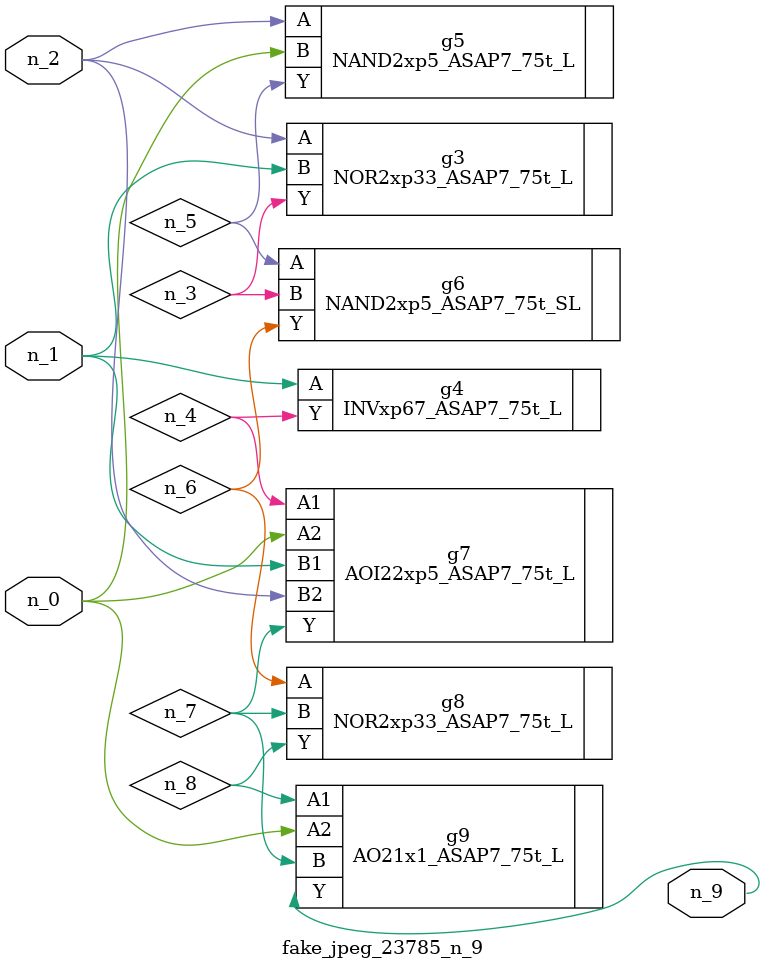
<source format=v>
module fake_jpeg_23785_n_9 (n_0, n_2, n_1, n_9);

input n_0;
input n_2;
input n_1;

output n_9;

wire n_3;
wire n_4;
wire n_8;
wire n_6;
wire n_5;
wire n_7;

NOR2xp33_ASAP7_75t_L g3 ( 
.A(n_2),
.B(n_1),
.Y(n_3)
);

INVxp67_ASAP7_75t_L g4 ( 
.A(n_1),
.Y(n_4)
);

NAND2xp5_ASAP7_75t_L g5 ( 
.A(n_2),
.B(n_0),
.Y(n_5)
);

NAND2xp5_ASAP7_75t_SL g6 ( 
.A(n_5),
.B(n_3),
.Y(n_6)
);

NOR2xp33_ASAP7_75t_L g8 ( 
.A(n_6),
.B(n_7),
.Y(n_8)
);

AOI22xp5_ASAP7_75t_L g7 ( 
.A1(n_4),
.A2(n_0),
.B1(n_1),
.B2(n_2),
.Y(n_7)
);

AO21x1_ASAP7_75t_L g9 ( 
.A1(n_8),
.A2(n_0),
.B(n_7),
.Y(n_9)
);


endmodule
</source>
